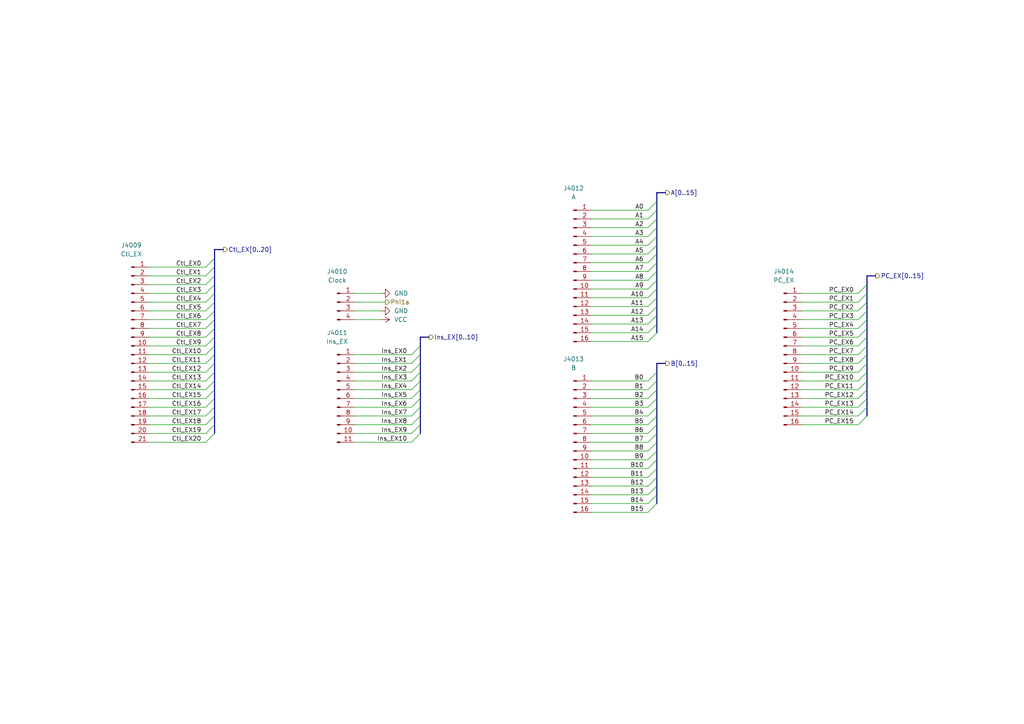
<source format=kicad_sch>
(kicad_sch (version 20211123) (generator eeschema)
  (paper "A4")
  (title_block (title "Turtle16: EX Module Inputs") (date "2022-04-13") (rev "A (7ac7a3cb)"))
  (lib_symbols
    (symbol "Connector:Conn_01x04_Male" (pin_names (offset 1.016) hide)
      (property "Reference" "J" (at 0 5.08 0))
      (property "Value" "Conn_01x04_Male" (at 0 -7.62 0))
      (symbol "Conn_01x04_Male_1_1"
        (polyline (pts (xy 1.27 -5.08) (xy 0.8636 -5.08)) (stroke (width 0.1524)))
        (polyline (pts (xy 1.27 -2.54) (xy 0.8636 -2.54)) (stroke (width 0.1524)))
        (polyline (pts (xy 1.27 0) (xy 0.8636 0)) (stroke (width 0.1524)))
        (polyline (pts (xy 1.27 2.54) (xy 0.8636 2.54)) (stroke (width 0.1524)))
        (rectangle (start 0.8636 -4.953) (end 0 -5.207) (stroke (width 0.1524)) (fill (type outline)))
        (rectangle (start 0.8636 -2.413) (end 0 -2.667) (stroke (width 0.1524)) (fill (type outline)))
        (rectangle (start 0.8636 0.127) (end 0 -0.127) (stroke (width 0.1524)) (fill (type outline)))
        (rectangle (start 0.8636 2.667) (end 0 2.413) (stroke (width 0.1524)) (fill (type outline)))
        (pin passive line (at 5.08 2.54 180) (length 3.81) (name "Pin_1") (number "1"))
        (pin passive line (at 5.08 0 180) (length 3.81) (name "Pin_2") (number "2"))
        (pin passive line (at 5.08 -2.54 180) (length 3.81) (name "Pin_3") (number "3"))
        (pin passive line (at 5.08 -5.08 180) (length 3.81) (name "Pin_4") (number "4"))
      )
    )
    (symbol "Connector:Conn_01x11_Male" (pin_names (offset 1.016) hide)
      (property "Reference" "J" (at 0 15.24 0))
      (property "Value" "Conn_01x11_Male" (at 0 -15.24 0))
      (symbol "Conn_01x11_Male_1_1"
        (polyline (pts (xy 1.27 -12.7) (xy 0.8636 -12.7)) (stroke (width 0.1524)))
        (polyline (pts (xy 1.27 -10.16) (xy 0.8636 -10.16)) (stroke (width 0.1524)))
        (polyline (pts (xy 1.27 -7.62) (xy 0.8636 -7.62)) (stroke (width 0.1524)))
        (polyline (pts (xy 1.27 -5.08) (xy 0.8636 -5.08)) (stroke (width 0.1524)))
        (polyline (pts (xy 1.27 -2.54) (xy 0.8636 -2.54)) (stroke (width 0.1524)))
        (polyline (pts (xy 1.27 0) (xy 0.8636 0)) (stroke (width 0.1524)))
        (polyline (pts (xy 1.27 2.54) (xy 0.8636 2.54)) (stroke (width 0.1524)))
        (polyline (pts (xy 1.27 5.08) (xy 0.8636 5.08)) (stroke (width 0.1524)))
        (polyline (pts (xy 1.27 7.62) (xy 0.8636 7.62)) (stroke (width 0.1524)))
        (polyline (pts (xy 1.27 10.16) (xy 0.8636 10.16)) (stroke (width 0.1524)))
        (polyline (pts (xy 1.27 12.7) (xy 0.8636 12.7)) (stroke (width 0.1524)))
        (rectangle (start 0.8636 -12.573) (end 0 -12.827) (stroke (width 0.1524)) (fill (type outline)))
        (rectangle (start 0.8636 -10.033) (end 0 -10.287) (stroke (width 0.1524)) (fill (type outline)))
        (rectangle (start 0.8636 -7.493) (end 0 -7.747) (stroke (width 0.1524)) (fill (type outline)))
        (rectangle (start 0.8636 -4.953) (end 0 -5.207) (stroke (width 0.1524)) (fill (type outline)))
        (rectangle (start 0.8636 -2.413) (end 0 -2.667) (stroke (width 0.1524)) (fill (type outline)))
        (rectangle (start 0.8636 0.127) (end 0 -0.127) (stroke (width 0.1524)) (fill (type outline)))
        (rectangle (start 0.8636 2.667) (end 0 2.413) (stroke (width 0.1524)) (fill (type outline)))
        (rectangle (start 0.8636 5.207) (end 0 4.953) (stroke (width 0.1524)) (fill (type outline)))
        (rectangle (start 0.8636 7.747) (end 0 7.493) (stroke (width 0.1524)) (fill (type outline)))
        (rectangle (start 0.8636 10.287) (end 0 10.033) (stroke (width 0.1524)) (fill (type outline)))
        (rectangle (start 0.8636 12.827) (end 0 12.573) (stroke (width 0.1524)) (fill (type outline)))
        (pin passive line (at 5.08 12.7 180) (length 3.81) (name "Pin_1") (number "1"))
        (pin passive line (at 5.08 -10.16 180) (length 3.81) (name "Pin_10") (number "10"))
        (pin passive line (at 5.08 -12.7 180) (length 3.81) (name "Pin_11") (number "11"))
        (pin passive line (at 5.08 10.16 180) (length 3.81) (name "Pin_2") (number "2"))
        (pin passive line (at 5.08 7.62 180) (length 3.81) (name "Pin_3") (number "3"))
        (pin passive line (at 5.08 5.08 180) (length 3.81) (name "Pin_4") (number "4"))
        (pin passive line (at 5.08 2.54 180) (length 3.81) (name "Pin_5") (number "5"))
        (pin passive line (at 5.08 0 180) (length 3.81) (name "Pin_6") (number "6"))
        (pin passive line (at 5.08 -2.54 180) (length 3.81) (name "Pin_7") (number "7"))
        (pin passive line (at 5.08 -5.08 180) (length 3.81) (name "Pin_8") (number "8"))
        (pin passive line (at 5.08 -7.62 180) (length 3.81) (name "Pin_9") (number "9"))
      )
    )
    (symbol "Connector:Conn_01x16_Male" (pin_names (offset 1.016) hide)
      (property "Reference" "J" (at 0 20.32 0))
      (property "Value" "Conn_01x16_Male" (at 0 -22.86 0))
      (symbol "Conn_01x16_Male_1_1"
        (polyline (pts (xy 1.27 -20.32) (xy 0.8636 -20.32)) (stroke (width 0.1524)))
        (polyline (pts (xy 1.27 -17.78) (xy 0.8636 -17.78)) (stroke (width 0.1524)))
        (polyline (pts (xy 1.27 -15.24) (xy 0.8636 -15.24)) (stroke (width 0.1524)))
        (polyline (pts (xy 1.27 -12.7) (xy 0.8636 -12.7)) (stroke (width 0.1524)))
        (polyline (pts (xy 1.27 -10.16) (xy 0.8636 -10.16)) (stroke (width 0.1524)))
        (polyline (pts (xy 1.27 -7.62) (xy 0.8636 -7.62)) (stroke (width 0.1524)))
        (polyline (pts (xy 1.27 -5.08) (xy 0.8636 -5.08)) (stroke (width 0.1524)))
        (polyline (pts (xy 1.27 -2.54) (xy 0.8636 -2.54)) (stroke (width 0.1524)))
        (polyline (pts (xy 1.27 0) (xy 0.8636 0)) (stroke (width 0.1524)))
        (polyline (pts (xy 1.27 2.54) (xy 0.8636 2.54)) (stroke (width 0.1524)))
        (polyline (pts (xy 1.27 5.08) (xy 0.8636 5.08)) (stroke (width 0.1524)))
        (polyline (pts (xy 1.27 7.62) (xy 0.8636 7.62)) (stroke (width 0.1524)))
        (polyline (pts (xy 1.27 10.16) (xy 0.8636 10.16)) (stroke (width 0.1524)))
        (polyline (pts (xy 1.27 12.7) (xy 0.8636 12.7)) (stroke (width 0.1524)))
        (polyline (pts (xy 1.27 15.24) (xy 0.8636 15.24)) (stroke (width 0.1524)))
        (polyline (pts (xy 1.27 17.78) (xy 0.8636 17.78)) (stroke (width 0.1524)))
        (rectangle (start 0.8636 -20.193) (end 0 -20.447) (stroke (width 0.1524)) (fill (type outline)))
        (rectangle (start 0.8636 -17.653) (end 0 -17.907) (stroke (width 0.1524)) (fill (type outline)))
        (rectangle (start 0.8636 -15.113) (end 0 -15.367) (stroke (width 0.1524)) (fill (type outline)))
        (rectangle (start 0.8636 -12.573) (end 0 -12.827) (stroke (width 0.1524)) (fill (type outline)))
        (rectangle (start 0.8636 -10.033) (end 0 -10.287) (stroke (width 0.1524)) (fill (type outline)))
        (rectangle (start 0.8636 -7.493) (end 0 -7.747) (stroke (width 0.1524)) (fill (type outline)))
        (rectangle (start 0.8636 -4.953) (end 0 -5.207) (stroke (width 0.1524)) (fill (type outline)))
        (rectangle (start 0.8636 -2.413) (end 0 -2.667) (stroke (width 0.1524)) (fill (type outline)))
        (rectangle (start 0.8636 0.127) (end 0 -0.127) (stroke (width 0.1524)) (fill (type outline)))
        (rectangle (start 0.8636 2.667) (end 0 2.413) (stroke (width 0.1524)) (fill (type outline)))
        (rectangle (start 0.8636 5.207) (end 0 4.953) (stroke (width 0.1524)) (fill (type outline)))
        (rectangle (start 0.8636 7.747) (end 0 7.493) (stroke (width 0.1524)) (fill (type outline)))
        (rectangle (start 0.8636 10.287) (end 0 10.033) (stroke (width 0.1524)) (fill (type outline)))
        (rectangle (start 0.8636 12.827) (end 0 12.573) (stroke (width 0.1524)) (fill (type outline)))
        (rectangle (start 0.8636 15.367) (end 0 15.113) (stroke (width 0.1524)) (fill (type outline)))
        (rectangle (start 0.8636 17.907) (end 0 17.653) (stroke (width 0.1524)) (fill (type outline)))
        (pin passive line (at 5.08 17.78 180) (length 3.81) (name "Pin_1") (number "1"))
        (pin passive line (at 5.08 -5.08 180) (length 3.81) (name "Pin_10") (number "10"))
        (pin passive line (at 5.08 -7.62 180) (length 3.81) (name "Pin_11") (number "11"))
        (pin passive line (at 5.08 -10.16 180) (length 3.81) (name "Pin_12") (number "12"))
        (pin passive line (at 5.08 -12.7 180) (length 3.81) (name "Pin_13") (number "13"))
        (pin passive line (at 5.08 -15.24 180) (length 3.81) (name "Pin_14") (number "14"))
        (pin passive line (at 5.08 -17.78 180) (length 3.81) (name "Pin_15") (number "15"))
        (pin passive line (at 5.08 -20.32 180) (length 3.81) (name "Pin_16") (number "16"))
        (pin passive line (at 5.08 15.24 180) (length 3.81) (name "Pin_2") (number "2"))
        (pin passive line (at 5.08 12.7 180) (length 3.81) (name "Pin_3") (number "3"))
        (pin passive line (at 5.08 10.16 180) (length 3.81) (name "Pin_4") (number "4"))
        (pin passive line (at 5.08 7.62 180) (length 3.81) (name "Pin_5") (number "5"))
        (pin passive line (at 5.08 5.08 180) (length 3.81) (name "Pin_6") (number "6"))
        (pin passive line (at 5.08 2.54 180) (length 3.81) (name "Pin_7") (number "7"))
        (pin passive line (at 5.08 0 180) (length 3.81) (name "Pin_8") (number "8"))
        (pin passive line (at 5.08 -2.54 180) (length 3.81) (name "Pin_9") (number "9"))
      )
    )
    (symbol "Connector:Conn_01x21_Male" (pin_names (offset 1.016) hide)
      (property "Reference" "J" (at 0 27.94 0))
      (property "Value" "Conn_01x21_Male" (at 0 -27.94 0))
      (symbol "Conn_01x21_Male_1_1"
        (polyline (pts (xy 1.27 -25.4) (xy 0.8636 -25.4)) (stroke (width 0.1524)))
        (polyline (pts (xy 1.27 -22.86) (xy 0.8636 -22.86)) (stroke (width 0.1524)))
        (polyline (pts (xy 1.27 -20.32) (xy 0.8636 -20.32)) (stroke (width 0.1524)))
        (polyline (pts (xy 1.27 -17.78) (xy 0.8636 -17.78)) (stroke (width 0.1524)))
        (polyline (pts (xy 1.27 -15.24) (xy 0.8636 -15.24)) (stroke (width 0.1524)))
        (polyline (pts (xy 1.27 -12.7) (xy 0.8636 -12.7)) (stroke (width 0.1524)))
        (polyline (pts (xy 1.27 -10.16) (xy 0.8636 -10.16)) (stroke (width 0.1524)))
        (polyline (pts (xy 1.27 -7.62) (xy 0.8636 -7.62)) (stroke (width 0.1524)))
        (polyline (pts (xy 1.27 -5.08) (xy 0.8636 -5.08)) (stroke (width 0.1524)))
        (polyline (pts (xy 1.27 -2.54) (xy 0.8636 -2.54)) (stroke (width 0.1524)))
        (polyline (pts (xy 1.27 0) (xy 0.8636 0)) (stroke (width 0.1524)))
        (polyline (pts (xy 1.27 2.54) (xy 0.8636 2.54)) (stroke (width 0.1524)))
        (polyline (pts (xy 1.27 5.08) (xy 0.8636 5.08)) (stroke (width 0.1524)))
        (polyline (pts (xy 1.27 7.62) (xy 0.8636 7.62)) (stroke (width 0.1524)))
        (polyline (pts (xy 1.27 10.16) (xy 0.8636 10.16)) (stroke (width 0.1524)))
        (polyline (pts (xy 1.27 12.7) (xy 0.8636 12.7)) (stroke (width 0.1524)))
        (polyline (pts (xy 1.27 15.24) (xy 0.8636 15.24)) (stroke (width 0.1524)))
        (polyline (pts (xy 1.27 17.78) (xy 0.8636 17.78)) (stroke (width 0.1524)))
        (polyline (pts (xy 1.27 20.32) (xy 0.8636 20.32)) (stroke (width 0.1524)))
        (polyline (pts (xy 1.27 22.86) (xy 0.8636 22.86)) (stroke (width 0.1524)))
        (polyline (pts (xy 1.27 25.4) (xy 0.8636 25.4)) (stroke (width 0.1524)))
        (rectangle (start 0.8636 -25.273) (end 0 -25.527) (stroke (width 0.1524)) (fill (type outline)))
        (rectangle (start 0.8636 -22.733) (end 0 -22.987) (stroke (width 0.1524)) (fill (type outline)))
        (rectangle (start 0.8636 -20.193) (end 0 -20.447) (stroke (width 0.1524)) (fill (type outline)))
        (rectangle (start 0.8636 -17.653) (end 0 -17.907) (stroke (width 0.1524)) (fill (type outline)))
        (rectangle (start 0.8636 -15.113) (end 0 -15.367) (stroke (width 0.1524)) (fill (type outline)))
        (rectangle (start 0.8636 -12.573) (end 0 -12.827) (stroke (width 0.1524)) (fill (type outline)))
        (rectangle (start 0.8636 -10.033) (end 0 -10.287) (stroke (width 0.1524)) (fill (type outline)))
        (rectangle (start 0.8636 -7.493) (end 0 -7.747) (stroke (width 0.1524)) (fill (type outline)))
        (rectangle (start 0.8636 -4.953) (end 0 -5.207) (stroke (width 0.1524)) (fill (type outline)))
        (rectangle (start 0.8636 -2.413) (end 0 -2.667) (stroke (width 0.1524)) (fill (type outline)))
        (rectangle (start 0.8636 0.127) (end 0 -0.127) (stroke (width 0.1524)) (fill (type outline)))
        (rectangle (start 0.8636 2.667) (end 0 2.413) (stroke (width 0.1524)) (fill (type outline)))
        (rectangle (start 0.8636 5.207) (end 0 4.953) (stroke (width 0.1524)) (fill (type outline)))
        (rectangle (start 0.8636 7.747) (end 0 7.493) (stroke (width 0.1524)) (fill (type outline)))
        (rectangle (start 0.8636 10.287) (end 0 10.033) (stroke (width 0.1524)) (fill (type outline)))
        (rectangle (start 0.8636 12.827) (end 0 12.573) (stroke (width 0.1524)) (fill (type outline)))
        (rectangle (start 0.8636 15.367) (end 0 15.113) (stroke (width 0.1524)) (fill (type outline)))
        (rectangle (start 0.8636 17.907) (end 0 17.653) (stroke (width 0.1524)) (fill (type outline)))
        (rectangle (start 0.8636 20.447) (end 0 20.193) (stroke (width 0.1524)) (fill (type outline)))
        (rectangle (start 0.8636 22.987) (end 0 22.733) (stroke (width 0.1524)) (fill (type outline)))
        (rectangle (start 0.8636 25.527) (end 0 25.273) (stroke (width 0.1524)) (fill (type outline)))
        (pin passive line (at 5.08 25.4 180) (length 3.81) (name "Pin_1") (number "1"))
        (pin passive line (at 5.08 2.54 180) (length 3.81) (name "Pin_10") (number "10"))
        (pin passive line (at 5.08 0 180) (length 3.81) (name "Pin_11") (number "11"))
        (pin passive line (at 5.08 -2.54 180) (length 3.81) (name "Pin_12") (number "12"))
        (pin passive line (at 5.08 -5.08 180) (length 3.81) (name "Pin_13") (number "13"))
        (pin passive line (at 5.08 -7.62 180) (length 3.81) (name "Pin_14") (number "14"))
        (pin passive line (at 5.08 -10.16 180) (length 3.81) (name "Pin_15") (number "15"))
        (pin passive line (at 5.08 -12.7 180) (length 3.81) (name "Pin_16") (number "16"))
        (pin passive line (at 5.08 -15.24 180) (length 3.81) (name "Pin_17") (number "17"))
        (pin passive line (at 5.08 -17.78 180) (length 3.81) (name "Pin_18") (number "18"))
        (pin passive line (at 5.08 -20.32 180) (length 3.81) (name "Pin_19") (number "19"))
        (pin passive line (at 5.08 22.86 180) (length 3.81) (name "Pin_2") (number "2"))
        (pin passive line (at 5.08 -22.86 180) (length 3.81) (name "Pin_20") (number "20"))
        (pin passive line (at 5.08 -25.4 180) (length 3.81) (name "Pin_21") (number "21"))
        (pin passive line (at 5.08 20.32 180) (length 3.81) (name "Pin_3") (number "3"))
        (pin passive line (at 5.08 17.78 180) (length 3.81) (name "Pin_4") (number "4"))
        (pin passive line (at 5.08 15.24 180) (length 3.81) (name "Pin_5") (number "5"))
        (pin passive line (at 5.08 12.7 180) (length 3.81) (name "Pin_6") (number "6"))
        (pin passive line (at 5.08 10.16 180) (length 3.81) (name "Pin_7") (number "7"))
        (pin passive line (at 5.08 7.62 180) (length 3.81) (name "Pin_8") (number "8"))
        (pin passive line (at 5.08 5.08 180) (length 3.81) (name "Pin_9") (number "9"))
      )
    )
    (symbol "power:GND" (power) (pin_names (offset 0))
      (property "Value" "GND" (at 0 -3.81 0))
      (symbol "GND_0_1"
        (polyline (pts (xy 0 0) (xy 0 -1.27) (xy 1.27 -1.27) (xy 0 -2.54) (xy -1.27 -1.27) (xy 0 -1.27)))
      )
      (symbol "GND_1_1"
        (pin power_in line (at 0 0 270) (length 0) hide (name "GND") (number "1"))
      )
    )
    (symbol "power:VCC" (power) (pin_names (offset 0))
      (property "Value" "VCC" (at 0 3.81 0))
      (symbol "VCC_0_1"
        (polyline (pts (xy -0.762 1.27) (xy 0 2.54)))
        (polyline (pts (xy 0 0) (xy 0 2.54)))
        (polyline (pts (xy 0 2.54) (xy 0.762 1.27)))
      )
      (symbol "VCC_1_1"
        (pin power_in line (at 0 0 90) (length 0) hide (name "VCC") (number "1"))
      )
    )
  )
  (bus_entry (at 190.5 66.04) (size -2.54 2.54))
  (bus_entry (at 190.5 91.44) (size -2.54 2.54))
  (bus_entry (at 62.23 125.73) (size -2.54 2.54))
  (bus_entry (at 251.46 110.49) (size -2.54 2.54))
  (bus_entry (at 62.23 100.33) (size -2.54 2.54))
  (bus_entry (at 251.46 105.41) (size -2.54 2.54))
  (bus_entry (at 190.5 60.96) (size -2.54 2.54))
  (bus_entry (at 190.5 73.66) (size -2.54 2.54))
  (bus_entry (at 190.5 140.97) (size -2.54 2.54))
  (bus_entry (at 62.23 95.25) (size -2.54 2.54))
  (bus_entry (at 190.5 118.11) (size -2.54 2.54))
  (bus_entry (at 62.23 123.19) (size -2.54 2.54))
  (bus_entry (at 190.5 81.28) (size -2.54 2.54))
  (bus_entry (at 62.23 85.09) (size -2.54 2.54))
  (bus_entry (at 62.23 80.01) (size -2.54 2.54))
  (bus_entry (at 190.5 113.03) (size -2.54 2.54))
  (bus_entry (at 62.23 120.65) (size -2.54 2.54))
  (bus_entry (at 121.92 120.65) (size -2.54 2.54))
  (bus_entry (at 62.23 102.87) (size -2.54 2.54))
  (bus_entry (at 62.23 115.57) (size -2.54 2.54))
  (bus_entry (at 190.5 143.51) (size -2.54 2.54))
  (bus_entry (at 121.92 113.03) (size -2.54 2.54))
  (bus_entry (at 62.23 90.17) (size -2.54 2.54))
  (bus_entry (at 251.46 95.25) (size -2.54 2.54))
  (bus_entry (at 190.5 128.27) (size -2.54 2.54))
  (bus_entry (at 190.5 63.5) (size -2.54 2.54))
  (bus_entry (at 62.23 77.47) (size -2.54 2.54))
  (bus_entry (at 121.92 110.49) (size -2.54 2.54))
  (bus_entry (at 62.23 82.55) (size -2.54 2.54))
  (bus_entry (at 62.23 87.63) (size -2.54 2.54))
  (bus_entry (at 190.5 123.19) (size -2.54 2.54))
  (bus_entry (at 190.5 125.73) (size -2.54 2.54))
  (bus_entry (at 62.23 107.95) (size -2.54 2.54))
  (bus_entry (at 121.92 123.19) (size -2.54 2.54))
  (bus_entry (at 190.5 146.05) (size -2.54 2.54))
  (bus_entry (at 121.92 107.95) (size -2.54 2.54))
  (bus_entry (at 251.46 82.55) (size -2.54 2.54))
  (bus_entry (at 251.46 87.63) (size -2.54 2.54))
  (bus_entry (at 190.5 68.58) (size -2.54 2.54))
  (bus_entry (at 190.5 88.9) (size -2.54 2.54))
  (bus_entry (at 62.23 110.49) (size -2.54 2.54))
  (bus_entry (at 190.5 130.81) (size -2.54 2.54))
  (bus_entry (at 251.46 100.33) (size -2.54 2.54))
  (bus_entry (at 251.46 113.03) (size -2.54 2.54))
  (bus_entry (at 62.23 113.03) (size -2.54 2.54))
  (bus_entry (at 190.5 78.74) (size -2.54 2.54))
  (bus_entry (at 62.23 118.11) (size -2.54 2.54))
  (bus_entry (at 62.23 105.41) (size -2.54 2.54))
  (bus_entry (at 190.5 71.12) (size -2.54 2.54))
  (bus_entry (at 251.46 85.09) (size -2.54 2.54))
  (bus_entry (at 62.23 92.71) (size -2.54 2.54))
  (bus_entry (at 251.46 92.71) (size -2.54 2.54))
  (bus_entry (at 251.46 107.95) (size -2.54 2.54))
  (bus_entry (at 190.5 58.42) (size -2.54 2.54))
  (bus_entry (at 121.92 125.73) (size -2.54 2.54))
  (bus_entry (at 190.5 96.52) (size -2.54 2.54))
  (bus_entry (at 190.5 120.65) (size -2.54 2.54))
  (bus_entry (at 251.46 118.11) (size -2.54 2.54))
  (bus_entry (at 190.5 76.2) (size -2.54 2.54))
  (bus_entry (at 190.5 93.98) (size -2.54 2.54))
  (bus_entry (at 121.92 105.41) (size -2.54 2.54))
  (bus_entry (at 190.5 107.95) (size -2.54 2.54))
  (bus_entry (at 121.92 115.57) (size -2.54 2.54))
  (bus_entry (at 190.5 86.36) (size -2.54 2.54))
  (bus_entry (at 190.5 138.43) (size -2.54 2.54))
  (bus_entry (at 62.23 74.93) (size -2.54 2.54))
  (bus_entry (at 190.5 110.49) (size -2.54 2.54))
  (bus_entry (at 190.5 133.35) (size -2.54 2.54))
  (bus_entry (at 121.92 102.87) (size -2.54 2.54))
  (bus_entry (at 251.46 115.57) (size -2.54 2.54))
  (bus_entry (at 190.5 83.82) (size -2.54 2.54))
  (bus_entry (at 121.92 100.33) (size -2.54 2.54))
  (bus_entry (at 190.5 115.57) (size -2.54 2.54))
  (bus_entry (at 251.46 90.17) (size -2.54 2.54))
  (bus_entry (at 251.46 97.79) (size -2.54 2.54))
  (bus_entry (at 251.46 120.65) (size -2.54 2.54))
  (bus_entry (at 190.5 135.89) (size -2.54 2.54))
  (bus_entry (at 251.46 102.87) (size -2.54 2.54))
  (bus_entry (at 121.92 118.11) (size -2.54 2.54))
  (bus_entry (at 62.23 97.79) (size -2.54 2.54))
  (wire (pts (xy 187.96 140.97) (xy 171.45 140.97)))
  (bus (pts (xy 62.23 77.47) (xy 62.23 80.01)))
  (bus (pts (xy 121.92 100.33) (xy 121.92 102.87)))
  (bus (pts (xy 62.23 123.19) (xy 62.23 125.73)))
  (bus (pts (xy 251.46 90.17) (xy 251.46 92.71)))
  (bus (pts (xy 62.23 105.41) (xy 62.23 107.95)))
  (bus (pts (xy 190.5 93.98) (xy 190.5 96.52)))
  (bus (pts (xy 190.5 105.41) (xy 190.5 107.95)))
  (bus (pts (xy 254 80.01) (xy 251.46 80.01)))
  (wire (pts (xy 59.69 77.47) (xy 43.18 77.47)))
  (wire (pts (xy 187.96 68.58) (xy 171.45 68.58)))
  (bus (pts (xy 62.23 95.25) (xy 62.23 97.79)))
  (bus (pts (xy 190.5 110.49) (xy 190.5 113.03)))
  (wire (pts (xy 59.69 92.71) (xy 43.18 92.71)))
  (bus (pts (xy 190.5 128.27) (xy 190.5 130.81)))
  (bus (pts (xy 62.23 82.55) (xy 62.23 85.09)))
  (wire (pts (xy 187.96 86.36) (xy 171.45 86.36)))
  (bus (pts (xy 64.77 72.39) (xy 62.23 72.39)))
  (bus (pts (xy 121.92 118.11) (xy 121.92 120.65)))
  (bus (pts (xy 62.23 92.71) (xy 62.23 95.25)))
  (wire (pts (xy 119.38 102.87) (xy 102.87 102.87)))
  (wire (pts (xy 119.38 123.19) (xy 102.87 123.19)))
  (wire (pts (xy 248.92 120.65) (xy 232.41 120.65)))
  (bus (pts (xy 190.5 115.57) (xy 190.5 118.11)))
  (wire (pts (xy 187.96 130.81) (xy 171.45 130.81)))
  (wire (pts (xy 187.96 148.59) (xy 171.45 148.59)))
  (wire (pts (xy 187.96 113.03) (xy 171.45 113.03)))
  (wire (pts (xy 59.69 113.03) (xy 43.18 113.03)))
  (wire (pts (xy 248.92 85.09) (xy 232.41 85.09)))
  (bus (pts (xy 190.5 83.82) (xy 190.5 86.36)))
  (bus (pts (xy 190.5 125.73) (xy 190.5 128.27)))
  (bus (pts (xy 121.92 105.41) (xy 121.92 107.95)))
  (wire (pts (xy 59.69 120.65) (xy 43.18 120.65)))
  (bus (pts (xy 121.92 110.49) (xy 121.92 113.03)))
  (bus (pts (xy 62.23 120.65) (xy 62.23 123.19)))
  (bus (pts (xy 190.5 91.44) (xy 190.5 93.98)))
  (wire (pts (xy 187.96 128.27) (xy 171.45 128.27)))
  (wire (pts (xy 119.38 113.03) (xy 102.87 113.03)))
  (bus (pts (xy 62.23 97.79) (xy 62.23 100.33)))
  (bus (pts (xy 190.5 58.42) (xy 190.5 60.96)))
  (bus (pts (xy 251.46 102.87) (xy 251.46 105.41)))
  (wire (pts (xy 59.69 123.19) (xy 43.18 123.19)))
  (wire (pts (xy 102.87 90.17) (xy 110.49 90.17)))
  (bus (pts (xy 62.23 87.63) (xy 62.23 90.17)))
  (wire (pts (xy 59.69 102.87) (xy 43.18 102.87)))
  (bus (pts (xy 190.5 81.28) (xy 190.5 83.82)))
  (bus (pts (xy 251.46 85.09) (xy 251.46 87.63)))
  (bus (pts (xy 121.92 107.95) (xy 121.92 110.49)))
  (bus (pts (xy 62.23 113.03) (xy 62.23 115.57)))
  (wire (pts (xy 59.69 95.25) (xy 43.18 95.25)))
  (bus (pts (xy 121.92 97.79) (xy 121.92 100.33)))
  (wire (pts (xy 119.38 110.49) (xy 102.87 110.49)))
  (wire (pts (xy 248.92 105.41) (xy 232.41 105.41)))
  (wire (pts (xy 187.96 60.96) (xy 171.45 60.96)))
  (wire (pts (xy 248.92 113.03) (xy 232.41 113.03)))
  (wire (pts (xy 187.96 120.65) (xy 171.45 120.65)))
  (wire (pts (xy 248.92 102.87) (xy 232.41 102.87)))
  (wire (pts (xy 187.96 76.2) (xy 171.45 76.2)))
  (bus (pts (xy 190.5 55.88) (xy 190.5 58.42)))
  (wire (pts (xy 187.96 115.57) (xy 171.45 115.57)))
  (bus (pts (xy 190.5 66.04) (xy 190.5 68.58)))
  (bus (pts (xy 251.46 107.95) (xy 251.46 110.49)))
  (bus (pts (xy 190.5 130.81) (xy 190.5 133.35)))
  (bus (pts (xy 62.23 102.87) (xy 62.23 105.41)))
  (bus (pts (xy 190.5 78.74) (xy 190.5 81.28)))
  (bus (pts (xy 62.23 74.93) (xy 62.23 77.47)))
  (bus (pts (xy 190.5 86.36) (xy 190.5 88.9)))
  (bus (pts (xy 62.23 72.39) (xy 62.23 74.93)))
  (wire (pts (xy 102.87 85.09) (xy 110.49 85.09)))
  (bus (pts (xy 251.46 113.03) (xy 251.46 115.57)))
  (wire (pts (xy 187.96 78.74) (xy 171.45 78.74)))
  (bus (pts (xy 121.92 113.03) (xy 121.92 115.57)))
  (wire (pts (xy 59.69 115.57) (xy 43.18 115.57)))
  (bus (pts (xy 190.5 135.89) (xy 190.5 138.43)))
  (wire (pts (xy 187.96 73.66) (xy 171.45 73.66)))
  (bus (pts (xy 190.5 63.5) (xy 190.5 66.04)))
  (wire (pts (xy 187.96 143.51) (xy 171.45 143.51)))
  (wire (pts (xy 187.96 118.11) (xy 171.45 118.11)))
  (bus (pts (xy 62.23 100.33) (xy 62.23 102.87)))
  (wire (pts (xy 248.92 107.95) (xy 232.41 107.95)))
  (bus (pts (xy 251.46 80.01) (xy 251.46 82.55)))
  (wire (pts (xy 248.92 97.79) (xy 232.41 97.79)))
  (bus (pts (xy 251.46 82.55) (xy 251.46 85.09)))
  (wire (pts (xy 248.92 115.57) (xy 232.41 115.57)))
  (wire (pts (xy 119.38 118.11) (xy 102.87 118.11)))
  (wire (pts (xy 187.96 88.9) (xy 171.45 88.9)))
  (bus (pts (xy 251.46 95.25) (xy 251.46 97.79)))
  (bus (pts (xy 190.5 120.65) (xy 190.5 123.19)))
  (bus (pts (xy 190.5 118.11) (xy 190.5 120.65)))
  (wire (pts (xy 187.96 138.43) (xy 171.45 138.43)))
  (bus (pts (xy 190.5 68.58) (xy 190.5 71.12)))
  (bus (pts (xy 62.23 115.57) (xy 62.23 118.11)))
  (wire (pts (xy 119.38 125.73) (xy 102.87 125.73)))
  (wire (pts (xy 187.96 146.05) (xy 171.45 146.05)))
  (wire (pts (xy 187.96 93.98) (xy 171.45 93.98)))
  (wire (pts (xy 187.96 91.44) (xy 171.45 91.44)))
  (wire (pts (xy 248.92 123.19) (xy 232.41 123.19)))
  (wire (pts (xy 102.87 92.71) (xy 110.49 92.71)))
  (bus (pts (xy 62.23 80.01) (xy 62.23 82.55)))
  (wire (pts (xy 119.38 107.95) (xy 102.87 107.95)))
  (bus (pts (xy 190.5 133.35) (xy 190.5 135.89)))
  (bus (pts (xy 190.5 60.96) (xy 190.5 63.5)))
  (wire (pts (xy 187.96 63.5) (xy 171.45 63.5)))
  (bus (pts (xy 190.5 73.66) (xy 190.5 76.2)))
  (bus (pts (xy 62.23 107.95) (xy 62.23 110.49)))
  (bus (pts (xy 121.92 102.87) (xy 121.92 105.41)))
  (wire (pts (xy 119.38 115.57) (xy 102.87 115.57)))
  (wire (pts (xy 248.92 95.25) (xy 232.41 95.25)))
  (bus (pts (xy 190.5 107.95) (xy 190.5 110.49)))
  (wire (pts (xy 59.69 105.41) (xy 43.18 105.41)))
  (bus (pts (xy 251.46 100.33) (xy 251.46 102.87)))
  (wire (pts (xy 187.96 110.49) (xy 171.45 110.49)))
  (bus (pts (xy 190.5 143.51) (xy 190.5 146.05)))
  (wire (pts (xy 187.96 66.04) (xy 171.45 66.04)))
  (wire (pts (xy 248.92 90.17) (xy 232.41 90.17)))
  (bus (pts (xy 193.04 55.88) (xy 190.5 55.88)))
  (bus (pts (xy 121.92 123.19) (xy 121.92 125.73)))
  (wire (pts (xy 119.38 128.27) (xy 102.87 128.27)))
  (bus (pts (xy 251.46 118.11) (xy 251.46 120.65)))
  (bus (pts (xy 190.5 71.12) (xy 190.5 73.66)))
  (bus (pts (xy 62.23 85.09) (xy 62.23 87.63)))
  (wire (pts (xy 59.69 90.17) (xy 43.18 90.17)))
  (wire (pts (xy 248.92 87.63) (xy 232.41 87.63)))
  (bus (pts (xy 190.5 88.9) (xy 190.5 91.44)))
  (bus (pts (xy 193.04 105.41) (xy 190.5 105.41)))
  (wire (pts (xy 187.96 71.12) (xy 171.45 71.12)))
  (bus (pts (xy 121.92 120.65) (xy 121.92 123.19)))
  (wire (pts (xy 187.96 83.82) (xy 171.45 83.82)))
  (wire (pts (xy 59.69 87.63) (xy 43.18 87.63)))
  (bus (pts (xy 251.46 110.49) (xy 251.46 113.03)))
  (wire (pts (xy 248.92 92.71) (xy 232.41 92.71)))
  (wire (pts (xy 59.69 128.27) (xy 43.18 128.27)))
  (bus (pts (xy 190.5 138.43) (xy 190.5 140.97)))
  (wire (pts (xy 119.38 120.65) (xy 102.87 120.65)))
  (wire (pts (xy 187.96 133.35) (xy 171.45 133.35)))
  (wire (pts (xy 187.96 123.19) (xy 171.45 123.19)))
  (bus (pts (xy 121.92 115.57) (xy 121.92 118.11)))
  (wire (pts (xy 59.69 107.95) (xy 43.18 107.95)))
  (wire (pts (xy 59.69 85.09) (xy 43.18 85.09)))
  (wire (pts (xy 187.96 81.28) (xy 171.45 81.28)))
  (wire (pts (xy 59.69 97.79) (xy 43.18 97.79)))
  (wire (pts (xy 59.69 125.73) (xy 43.18 125.73)))
  (wire (pts (xy 187.96 99.06) (xy 171.45 99.06)))
  (bus (pts (xy 124.46 97.79) (xy 121.92 97.79)))
  (wire (pts (xy 59.69 110.49) (xy 43.18 110.49)))
  (bus (pts (xy 190.5 123.19) (xy 190.5 125.73)))
  (wire (pts (xy 187.96 125.73) (xy 171.45 125.73)))
  (wire (pts (xy 102.87 87.63) (xy 111.76 87.63)))
  (wire (pts (xy 119.38 105.41) (xy 102.87 105.41)))
  (wire (pts (xy 59.69 118.11) (xy 43.18 118.11)))
  (bus (pts (xy 190.5 76.2) (xy 190.5 78.74)))
  (bus (pts (xy 251.46 92.71) (xy 251.46 95.25)))
  (bus (pts (xy 190.5 140.97) (xy 190.5 143.51)))
  (bus (pts (xy 251.46 87.63) (xy 251.46 90.17)))
  (bus (pts (xy 251.46 97.79) (xy 251.46 100.33)))
  (wire (pts (xy 187.96 135.89) (xy 171.45 135.89)))
  (bus (pts (xy 251.46 105.41) (xy 251.46 107.95)))
  (wire (pts (xy 248.92 118.11) (xy 232.41 118.11)))
  (bus (pts (xy 62.23 90.17) (xy 62.23 92.71)))
  (bus (pts (xy 251.46 115.57) (xy 251.46 118.11)))
  (wire (pts (xy 248.92 110.49) (xy 232.41 110.49)))
  (wire (pts (xy 248.92 100.33) (xy 232.41 100.33)))
  (bus (pts (xy 62.23 110.49) (xy 62.23 113.03)))
  (bus (pts (xy 190.5 113.03) (xy 190.5 115.57)))
  (wire (pts (xy 59.69 80.01) (xy 43.18 80.01)))
  (wire (pts (xy 59.69 100.33) (xy 43.18 100.33)))
  (wire (pts (xy 59.69 82.55) (xy 43.18 82.55)))
  (bus (pts (xy 62.23 118.11) (xy 62.23 120.65)))
  (wire (pts (xy 187.96 96.52) (xy 171.45 96.52)))
  (label "Ctl_EX2" (at 58.42 82.55 180))
  (label "A6" (at 186.69 76.2 180))
  (label "PC_EX12" (at 247.65 115.57 180))
  (label "PC_EX2" (at 247.65 90.17 180))
  (label "Ctl_EX11" (at 58.42 105.41 180))
  (label "PC_EX11" (at 247.65 113.03 180))
  (label "Ctl_EX17" (at 58.42 120.65 180))
  (label "A11" (at 186.69 88.9 180))
  (label "Ctl_EX1" (at 58.42 80.01 180))
  (label "B7" (at 186.69 128.27 180))
  (label "A10" (at 186.69 86.36 180))
  (label "B11" (at 186.69 138.43 180))
  (label "Ctl_EX14" (at 58.42 113.03 180))
  (label "B4" (at 186.69 120.65 180))
  (label "Ctl_EX6" (at 58.42 92.71 180))
  (label "B2" (at 186.69 115.57 180))
  (label "B0" (at 186.69 110.49 180))
  (label "Ctl_EX20" (at 58.42 128.27 180))
  (label "Ins_EX6" (at 118.11 118.11 180))
  (label "Ins_EX10" (at 118.11 128.27 180))
  (label "A4" (at 186.69 71.12 180))
  (label "A14" (at 186.69 96.52 180))
  (label "PC_EX10" (at 247.65 110.49 180))
  (label "PC_EX7" (at 247.65 102.87 180))
  (label "Ctl_EX15" (at 58.42 115.57 180))
  (label "Ctl_EX7" (at 58.42 95.25 180))
  (label "A3" (at 186.69 68.58 180))
  (label "Ctl_EX4" (at 58.42 87.63 180))
  (label "Ins_EX4" (at 118.11 113.03 180))
  (label "Ctl_EX3" (at 58.42 85.09 180))
  (label "Ins_EX5" (at 118.11 115.57 180))
  (label "B8" (at 186.69 130.81 180))
  (label "B3" (at 186.69 118.11 180))
  (label "A7" (at 186.69 78.74 180))
  (label "A15" (at 186.69 99.06 180))
  (label "Ctl_EX9" (at 58.42 100.33 180))
  (label "B1" (at 186.69 113.03 180))
  (label "PC_EX4" (at 247.65 95.25 180))
  (label "PC_EX0" (at 247.65 85.09 180))
  (label "PC_EX14" (at 247.65 120.65 180))
  (label "A9" (at 186.69 83.82 180))
  (label "Ins_EX8" (at 118.11 123.19 180))
  (label "Ctl_EX0" (at 58.42 77.47 180))
  (label "Ins_EX3" (at 118.11 110.49 180))
  (label "PC_EX13" (at 247.65 118.11 180))
  (label "Ctl_EX19" (at 58.42 125.73 180))
  (label "B14" (at 186.69 146.05 180))
  (label "Ins_EX9" (at 118.11 125.73 180))
  (label "Ctl_EX12" (at 58.42 107.95 180))
  (label "B10" (at 186.69 135.89 180))
  (label "Ins_EX0" (at 118.11 102.87 180))
  (label "A13" (at 186.69 93.98 180))
  (label "PC_EX8" (at 247.65 105.41 180))
  (label "A12" (at 186.69 91.44 180))
  (label "Ctl_EX13" (at 58.42 110.49 180))
  (label "PC_EX5" (at 247.65 97.79 180))
  (label "Ins_EX1" (at 118.11 105.41 180))
  (label "PC_EX9" (at 247.65 107.95 180))
  (label "PC_EX15" (at 247.65 123.19 180))
  (label "B9" (at 186.69 133.35 180))
  (label "PC_EX3" (at 247.65 92.71 180))
  (label "B5" (at 186.69 123.19 180))
  (label "A8" (at 186.69 81.28 180))
  (label "B15" (at 186.69 148.59 180))
  (label "A2" (at 186.69 66.04 180))
  (label "Ctl_EX5" (at 58.42 90.17 180))
  (label "Ctl_EX18" (at 58.42 123.19 180))
  (label "A0" (at 186.69 60.96 180))
  (label "Ins_EX2" (at 118.11 107.95 180))
  (label "PC_EX6" (at 247.65 100.33 180))
  (label "Ctl_EX10" (at 58.42 102.87 180))
  (label "PC_EX1" (at 247.65 87.63 180))
  (label "B6" (at 186.69 125.73 180))
  (label "A1" (at 186.69 63.5 180))
  (label "B13" (at 186.69 143.51 180))
  (label "Ctl_EX16" (at 58.42 118.11 180))
  (label "B12" (at 186.69 140.97 180))
  (label "Ctl_EX8" (at 58.42 97.79 180))
  (label "A5" (at 186.69 73.66 180))
  (label "Ins_EX7" (at 118.11 120.65 180))
  (hierarchical_label "Ins_EX[0..10]" (shape output) (at 124.46 97.79 0))
  (hierarchical_label "Ctl_EX[0..20]" (shape output) (at 64.77 72.39 0))
  (hierarchical_label "A[0..15]" (shape output) (at 193.04 55.88 0))
  (hierarchical_label "B[0..15]" (shape output) (at 193.04 105.41 0))
  (hierarchical_label "Phi1a" (shape output) (at 111.76 87.63 0))
  (hierarchical_label "PC_EX[0..15]" (shape output) (at 254 80.01 0))
  (symbol (lib_id "Connector:Conn_01x16_Male") (at 166.37 128.27 0) (unit 1)
    (property "Reference" "J4013" (at 166.37 104.14 0))
    (property "Value" "B" (at 166.37 106.68 0))
    (property "Footprint" "Connector_PinHeader_2.54mm:PinHeader_1x16_P2.54mm_Vertical" (effects hide))
  )
  (symbol (lib_id "Connector:Conn_01x16_Male") (at 227.33 102.87 0) (unit 1)
    (property "Reference" "J4014" (at 227.33 78.74 0))
    (property "Value" "PC_EX" (at 227.33 81.28 0))
    (property "Footprint" "Connector_PinHeader_2.54mm:PinHeader_1x16_P2.54mm_Vertical" (effects hide))
  )
  (symbol (lib_id "Connector:Conn_01x04_Male") (at 97.79 87.63 0) (unit 1)
    (property "Reference" "J4010" (at 97.79 78.74 0))
    (property "Value" "Clock" (at 97.79 81.28 0))
    (property "Footprint" "Connector_PinHeader_2.54mm:PinHeader_1x04_P2.54mm_Vertical" (effects hide))
  )
  (symbol (lib_id "power:VCC") (at 110.49 92.71 270) (unit 1)
    (property "Reference" "#PWR04009" (effects hide))
    (property "Value" "VCC" (at 114.3 92.7099 90) (effects (justify left)))
  )
  (symbol (lib_id "Connector:Conn_01x16_Male") (at 166.37 78.74 0) (unit 1)
    (property "Reference" "J4012" (at 166.37 54.61 0))
    (property "Value" "A" (at 166.37 57.15 0))
    (property "Footprint" "Connector_PinHeader_2.54mm:PinHeader_1x16_P2.54mm_Vertical" (effects hide))
  )
  (symbol (lib_id "Connector:Conn_01x11_Male") (at 97.79 115.57 0) (unit 1)
    (property "Reference" "J4011" (at 97.79 96.52 0))
    (property "Value" "Ins_EX" (at 97.79 99.06 0))
    (property "Footprint" "Connector_PinHeader_2.54mm:PinHeader_1x11_P2.54mm_Vertical" (effects hide))
  )
  (symbol (lib_id "Connector:Conn_01x21_Male") (at 38.1 102.87 0) (unit 1)
    (property "Reference" "J4009" (at 38.1 71.12 0))
    (property "Value" "Ctl_EX" (at 38.1 73.66 0))
    (property "Footprint" "Connector_PinHeader_2.54mm:PinHeader_1x21_P2.54mm_Vertical" (effects hide))
  )
  (symbol (lib_id "power:GND") (at 110.49 90.17 90) (unit 1)
    (property "Reference" "#PWR04008" (effects hide))
    (property "Value" "GND" (at 114.3 90.1699 90) (effects (justify right)))
  )
  (symbol (lib_id "power:GND") (at 110.49 85.09 90) (unit 1)
    (property "Reference" "#PWR04007" (effects hide))
    (property "Value" "GND" (at 114.3 85.0899 90) (effects (justify right)))
  )
)
</source>
